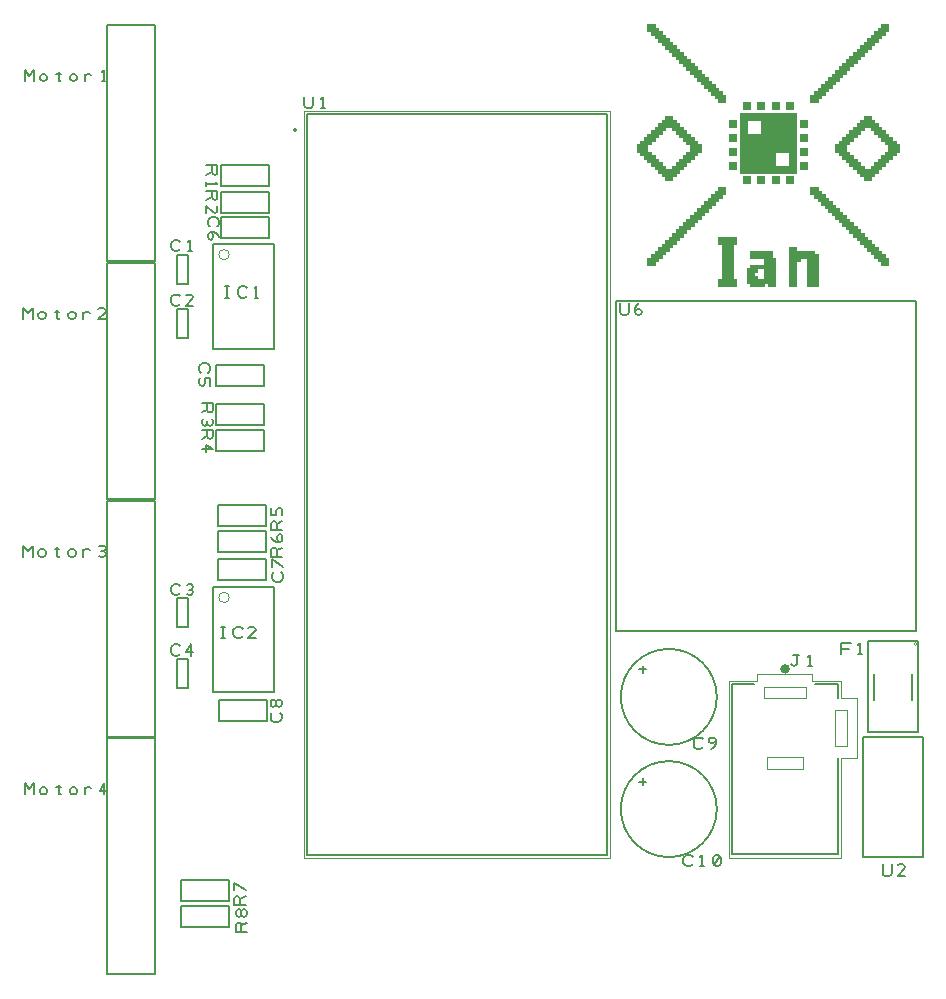
<source format=gbr>
G04 DesignSpark PCB Gerber Version 10.0 Build 5299*
G04 #@! TF.Part,Single*
G04 #@! TF.FileFunction,Legend,Top*
G04 #@! TF.FilePolarity,Positive*
%FSLAX35Y35*%
%MOIN*%
%ADD21C,0.00001*%
%ADD96C,0.00000*%
%ADD94C,0.00197*%
%ADD20C,0.00500*%
%ADD95C,0.00787*%
%ADD93C,0.00800*%
%ADD97C,0.01575*%
G04 #@! TD.AperFunction*
X0Y0D02*
D02*
D20*
X1584Y174667D02*
Y178417D01*
X3147Y176543D01*
X4709Y178417D01*
Y174667D01*
X6584Y175605D02*
X6897Y174980D01*
X7522Y174667D01*
X8147D01*
X8772Y174980D01*
X9084Y175605D01*
Y176230D01*
X8772Y176855D01*
X8147Y177167D01*
X7522D01*
X6897Y176855D01*
X6584Y176230D01*
Y175605D01*
X12105Y177167D02*
X13563D01*
X12834Y177793D02*
Y174980D01*
X13147Y174667D01*
X13459D01*
X13772Y174980D01*
X16584Y175605D02*
X16897Y174980D01*
X17522Y174667D01*
X18147D01*
X18772Y174980D01*
X19084Y175605D01*
Y176230D01*
X18772Y176855D01*
X18147Y177167D01*
X17522D01*
X16897Y176855D01*
X16584Y176230D01*
Y175605D01*
X21584Y174667D02*
Y177167D01*
Y176230D02*
X21897Y176855D01*
X22522Y177167D01*
X23147D01*
X23772Y176855D01*
X26897Y174980D02*
X27522Y174667D01*
X28147D01*
X28772Y174980D01*
X29084Y175605D01*
X28772Y176230D01*
X28147Y176543D01*
X27522D01*
X28147D02*
X28772Y176855D01*
X29084Y177480D01*
X28772Y178105D01*
X28147Y178417D01*
X27522D01*
X26897Y178105D01*
X1584Y253900D02*
Y257650D01*
X3147Y255775D01*
X4709Y257650D01*
Y253900D01*
X6584Y254837D02*
X6897Y254212D01*
X7522Y253900D01*
X8147D01*
X8772Y254212D01*
X9084Y254837D01*
Y255462D01*
X8772Y256087D01*
X8147Y256400D01*
X7522D01*
X6897Y256087D01*
X6584Y255462D01*
Y254837D01*
X12105Y256400D02*
X13563D01*
X12834Y257025D02*
Y254212D01*
X13147Y253900D01*
X13459D01*
X13772Y254212D01*
X16584Y254837D02*
X16897Y254212D01*
X17522Y253900D01*
X18147D01*
X18772Y254212D01*
X19084Y254837D01*
Y255462D01*
X18772Y256087D01*
X18147Y256400D01*
X17522D01*
X16897Y256087D01*
X16584Y255462D01*
Y254837D01*
X21584Y253900D02*
Y256400D01*
Y255462D02*
X21897Y256087D01*
X22522Y256400D01*
X23147D01*
X23772Y256087D01*
X29084Y253900D02*
X26584D01*
X28772Y256087D01*
X29084Y256712D01*
X28772Y257337D01*
X28147Y257650D01*
X27209D01*
X26584Y257337D01*
X2076Y95435D02*
Y99185D01*
X3639Y97310D01*
X5202Y99185D01*
Y95435D01*
X7076Y96373D02*
X7389Y95748D01*
X8014Y95435D01*
X8639D01*
X9264Y95748D01*
X9576Y96373D01*
Y96998D01*
X9264Y97623D01*
X8639Y97935D01*
X8014D01*
X7389Y97623D01*
X7076Y96998D01*
Y96373D01*
X12597Y97935D02*
X14056D01*
X13326Y98560D02*
Y95748D01*
X13639Y95435D01*
X13952D01*
X14264Y95748D01*
X17076Y96373D02*
X17389Y95748D01*
X18014Y95435D01*
X18639D01*
X19264Y95748D01*
X19576Y96373D01*
Y96998D01*
X19264Y97623D01*
X18639Y97935D01*
X18014D01*
X17389Y97623D01*
X17076Y96998D01*
Y96373D01*
X22076Y95435D02*
Y97935D01*
Y96998D02*
X22389Y97623D01*
X23014Y97935D01*
X23639D01*
X24264Y97623D01*
X28639Y95435D02*
Y99185D01*
X27076Y96685D01*
X29576D01*
X2076Y333132D02*
Y336882D01*
X3639Y335007D01*
X5202Y336882D01*
Y333132D01*
X7076Y334070D02*
X7389Y333444D01*
X8014Y333132D01*
X8639D01*
X9264Y333444D01*
X9576Y334070D01*
Y334694D01*
X9264Y335320D01*
X8639Y335632D01*
X8014D01*
X7389Y335320D01*
X7076Y334694D01*
Y334070D01*
X12597Y335632D02*
X14056D01*
X13326Y336257D02*
Y333444D01*
X13639Y333132D01*
X13952D01*
X14264Y333444D01*
X17076Y334070D02*
X17389Y333444D01*
X18014Y333132D01*
X18639D01*
X19264Y333444D01*
X19576Y334070D01*
Y334694D01*
X19264Y335320D01*
X18639Y335632D01*
X18014D01*
X17389Y335320D01*
X17076Y334694D01*
Y334070D01*
X22076Y333132D02*
Y335632D01*
Y334694D02*
X22389Y335320D01*
X23014Y335632D01*
X23639D01*
X24264Y335320D01*
X27702Y333132D02*
X28952D01*
X28326D02*
Y336882D01*
X27702Y336257D01*
X29635Y35443D02*
X45383D01*
Y114183D01*
X29635D01*
Y35443D01*
Y114675D02*
X45383D01*
Y193415D01*
X29635D01*
Y114675D01*
Y193907D02*
X45383D01*
Y272647D01*
X29635D01*
Y193907D01*
Y273139D02*
X45383D01*
Y351880D01*
X29635D01*
Y273139D01*
X53922Y142320D02*
X53609Y142007D01*
X52984Y141695D01*
X52047D01*
X51422Y142007D01*
X51109Y142320D01*
X50797Y142945D01*
Y144195D01*
X51109Y144820D01*
X51422Y145133D01*
X52047Y145445D01*
X52984D01*
X53609Y145133D01*
X53922Y144820D01*
X57359Y141695D02*
Y145445D01*
X55797Y142945D01*
X58297D01*
X53922Y162497D02*
X53609Y162185D01*
X52984Y161872D01*
X52047D01*
X51422Y162185D01*
X51109Y162497D01*
X50797Y163122D01*
Y164372D01*
X51109Y164997D01*
X51422Y165310D01*
X52047Y165622D01*
X52984D01*
X53609Y165310D01*
X53922Y164997D01*
X56109Y162185D02*
X56734Y161872D01*
X57359D01*
X57984Y162185D01*
X58297Y162810D01*
X57984Y163435D01*
X57359Y163747D01*
X56734D01*
X57359D02*
X57984Y164060D01*
X58297Y164685D01*
X57984Y165310D01*
X57359Y165622D01*
X56734D01*
X56109Y165310D01*
X53922Y258954D02*
X53609Y258641D01*
X52984Y258329D01*
X52047D01*
X51422Y258641D01*
X51109Y258954D01*
X50797Y259579D01*
Y260829D01*
X51109Y261454D01*
X51422Y261767D01*
X52047Y262079D01*
X52984D01*
X53609Y261767D01*
X53922Y261454D01*
X58297Y258329D02*
X55797D01*
X57984Y260517D01*
X58297Y261141D01*
X57984Y261767D01*
X57359Y262079D01*
X56422D01*
X55797Y261767D01*
X53922Y277163D02*
X53609Y276850D01*
X52984Y276537D01*
X52047D01*
X51422Y276850D01*
X51109Y277163D01*
X50797Y277787D01*
Y279037D01*
X51109Y279663D01*
X51422Y279975D01*
X52047Y280287D01*
X52984D01*
X53609Y279975D01*
X53922Y279663D01*
X56422Y276537D02*
X57672D01*
X57047D02*
Y280287D01*
X56422Y279663D01*
X54116Y51135D02*
X70116D01*
Y58135D01*
X54116D01*
Y51135D01*
Y59994D02*
X70116D01*
Y66994D01*
X54116D01*
Y59994D01*
X56486Y247621D02*
X52686D01*
Y257221D01*
X56486D01*
Y247621D01*
X56535Y265583D02*
X52735D01*
Y275183D01*
X56535D01*
Y265583D01*
X56634Y131036D02*
X52834D01*
Y140636D01*
X56634D01*
Y131036D01*
Y151213D02*
X52834D01*
Y160813D01*
X56634D01*
Y151213D01*
X60726Y236057D02*
X60413Y236370D01*
X60100Y236995D01*
Y237933D01*
X60413Y238557D01*
X60726Y238870D01*
X61350Y239183D01*
X62600D01*
X63226Y238870D01*
X63538Y238557D01*
X63850Y237933D01*
Y236995D01*
X63538Y236370D01*
X63226Y236057D01*
X60413Y234183D02*
X60100Y233557D01*
Y232620D01*
X60413Y231995D01*
X61038Y231683D01*
X61350D01*
X61976Y231995D01*
X62288Y232620D01*
Y234183D01*
X63850D01*
Y231683D01*
X61085Y217037D02*
X64835D01*
Y214850D01*
X64522Y214224D01*
X63897Y213912D01*
X63272Y214224D01*
X62960Y214850D01*
Y217037D01*
Y214850D02*
X61085Y213912D01*
Y210474D02*
X64835D01*
X62335Y212037D01*
Y209537D01*
X61085Y225895D02*
X64835D01*
Y223708D01*
X64522Y223083D01*
X63897Y222770D01*
X63272Y223083D01*
X62960Y223708D01*
Y225895D01*
Y223708D02*
X61085Y222770D01*
X61397Y220583D02*
X61085Y219958D01*
Y219333D01*
X61397Y218708D01*
X62022Y218395D01*
X62647Y218708D01*
X62960Y219333D01*
Y219958D01*
Y219333D02*
X63272Y218708D01*
X63897Y218395D01*
X64522Y218708D01*
X64835Y219333D01*
Y219958D01*
X64522Y220583D01*
X62561Y296761D02*
X66311D01*
Y294574D01*
X65999Y293949D01*
X65374Y293636D01*
X64749Y293949D01*
X64436Y294574D01*
Y296761D01*
Y294574D02*
X62561Y293636D01*
Y289261D02*
Y291761D01*
X64749Y289574D01*
X65374Y289261D01*
X65999Y289574D01*
X66311Y290199D01*
Y291136D01*
X65999Y291761D01*
X62561Y305128D02*
X66311D01*
Y302940D01*
X65999Y302315D01*
X65374Y302002D01*
X64749Y302315D01*
X64436Y302940D01*
Y305128D01*
Y302940D02*
X62561Y302002D01*
Y299502D02*
Y298252D01*
Y298878D02*
X66311D01*
X65686Y299502D01*
X63678Y284778D02*
X63366Y285091D01*
X63053Y285716D01*
Y286653D01*
X63366Y287278D01*
X63678Y287591D01*
X64303Y287903D01*
X65553D01*
X66178Y287591D01*
X66491Y287278D01*
X66803Y286653D01*
Y285716D01*
X66491Y285091D01*
X66178Y284778D01*
X63991Y282903D02*
X64616Y282591D01*
X64928Y281966D01*
Y281341D01*
X64616Y280716D01*
X63991Y280403D01*
X63366Y280716D01*
X63053Y281341D01*
Y281966D01*
X63366Y282591D01*
X63991Y282903D01*
X64928D01*
X65866Y282591D01*
X66491Y281966D01*
X66803Y281341D01*
X65927Y231746D02*
X81927D01*
Y238746D01*
X65927D01*
Y231746D01*
X66419Y176135D02*
X82419D01*
Y183135D01*
X66419D01*
Y176135D01*
Y184994D02*
X82419D01*
Y191994D01*
X66419D01*
Y184994D01*
X67482Y147600D02*
X68732D01*
X68107D02*
Y151350D01*
X67482D02*
X68732D01*
X74670Y148226D02*
X74357Y147913D01*
X73732Y147600D01*
X72795D01*
X72170Y147913D01*
X71857Y148226D01*
X71545Y148850D01*
Y150100D01*
X71857Y150726D01*
X72170Y151038D01*
X72795Y151350D01*
X73732D01*
X74357Y151038D01*
X74670Y150726D01*
X79045Y147600D02*
X76545D01*
X78732Y149788D01*
X79045Y150413D01*
X78732Y151038D01*
X78107Y151350D01*
X77170D01*
X76545Y151038D01*
X66911Y120033D02*
X82911D01*
Y127033D01*
X66911D01*
Y120033D01*
X68976Y261069D02*
X70226D01*
X69601D02*
Y264819D01*
X68976D02*
X70226D01*
X76163Y261694D02*
X75851Y261381D01*
X75226Y261069D01*
X74288D01*
X73663Y261381D01*
X73351Y261694D01*
X73038Y262319D01*
Y263569D01*
X73351Y264194D01*
X73663Y264506D01*
X74288Y264819D01*
X75226D01*
X75851Y264506D01*
X76163Y264194D01*
X78663Y261069D02*
X79913D01*
X79288D02*
Y264819D01*
X78663Y264194D01*
X75678Y58494D02*
X71928D01*
Y60681D01*
X72241Y61306D01*
X72866Y61619D01*
X73491Y61306D01*
X73803Y60681D01*
Y58494D01*
Y60681D02*
X75678Y61619D01*
Y63494D02*
X71928Y65994D01*
Y63494D01*
X76178Y49635D02*
X72428D01*
Y51823D01*
X72741Y52448D01*
X73366Y52761D01*
X73991Y52448D01*
X74303Y51823D01*
Y49635D01*
Y51823D02*
X76178Y52761D01*
X74303Y55573D02*
Y56198D01*
X73991Y56823D01*
X73366Y57135D01*
X72741Y56823D01*
X72428Y56198D01*
Y55573D01*
X72741Y54948D01*
X73366Y54635D01*
X73991Y54948D01*
X74303Y55573D01*
X74616Y54948D01*
X75241Y54635D01*
X75866Y54948D01*
X76178Y55573D01*
Y56198D01*
X75866Y56823D01*
X75241Y57135D01*
X74616Y56823D01*
X74303Y56198D01*
X81927Y217092D02*
X65927D01*
Y210092D01*
X81927D01*
Y217092D01*
Y225458D02*
X65927D01*
Y218458D01*
X81927D01*
Y225458D01*
X82419Y173785D02*
X66419D01*
Y166785D01*
X82419D01*
Y173785D01*
X83403Y296324D02*
X67403D01*
Y289324D01*
X83403D01*
Y296324D01*
Y305183D02*
X67403D01*
Y298183D01*
X83403D01*
Y305183D01*
X83584Y287958D02*
X67584D01*
Y280958D01*
X83584D01*
Y287958D01*
X87128Y122721D02*
X87441Y122409D01*
X87753Y121783D01*
Y120846D01*
X87441Y120221D01*
X87128Y119909D01*
X86503Y119596D01*
X85253D01*
X84628Y119909D01*
X84315Y120221D01*
X84003Y120846D01*
Y121783D01*
X84315Y122409D01*
X84628Y122721D01*
X85878Y125533D02*
Y126159D01*
X85565Y126783D01*
X84941Y127096D01*
X84315Y126783D01*
X84003Y126159D01*
Y125533D01*
X84315Y124909D01*
X84941Y124596D01*
X85565Y124909D01*
X85878Y125533D01*
X86191Y124909D01*
X86815Y124596D01*
X87441Y124909D01*
X87753Y125533D01*
Y126159D01*
X87441Y126783D01*
X86815Y127096D01*
X86191Y126783D01*
X85878Y126159D01*
X87981Y174635D02*
X84231D01*
Y176823D01*
X84544Y177448D01*
X85169Y177761D01*
X85794Y177448D01*
X86106Y176823D01*
Y174635D01*
Y176823D02*
X87981Y177761D01*
X87044Y179635D02*
X86419Y179948D01*
X86106Y180573D01*
Y181198D01*
X86419Y181823D01*
X87044Y182135D01*
X87669Y181823D01*
X87981Y181198D01*
Y180573D01*
X87669Y179948D01*
X87044Y179635D01*
X86106D01*
X85169Y179948D01*
X84544Y180573D01*
X84231Y181198D01*
X87981Y183494D02*
X84231D01*
Y185681D01*
X84544Y186306D01*
X85169Y186619D01*
X85794Y186306D01*
X86106Y185681D01*
Y183494D01*
Y185681D02*
X87981Y186619D01*
X87669Y188494D02*
X87981Y189119D01*
Y190056D01*
X87669Y190681D01*
X87044Y190994D01*
X86731D01*
X86106Y190681D01*
X85794Y190056D01*
Y188494D01*
X84231D01*
Y190994D01*
X87620Y169473D02*
X87933Y169161D01*
X88245Y168535D01*
Y167598D01*
X87933Y166973D01*
X87620Y166661D01*
X86995Y166348D01*
X85745D01*
X85120Y166661D01*
X84807Y166973D01*
X84495Y167598D01*
Y168535D01*
X84807Y169161D01*
X85120Y169473D01*
X88245Y171348D02*
X84495Y173848D01*
Y171348D01*
X95147Y328024D02*
Y325211D01*
X95460Y324586D01*
X96085Y324274D01*
X97335D01*
X97960Y324586D01*
X98272Y325211D01*
Y328024D01*
X100772Y324274D02*
X102022D01*
X101397D02*
Y328024D01*
X100772Y327399D01*
X96131Y75403D02*
Y322411D01*
X196131D01*
Y75403D01*
X96131D01*
X199261Y150009D02*
X299261D01*
Y260009D01*
X199261D01*
Y150009D01*
X200403Y259126D02*
Y256314D01*
X200716Y255689D01*
X201341Y255376D01*
X202591D01*
X203216Y255689D01*
X203528Y256314D01*
Y259126D01*
X205403Y256314D02*
X205716Y256939D01*
X206341Y257251D01*
X206966D01*
X207591Y256939D01*
X207903Y256314D01*
X207591Y255689D01*
X206966Y255376D01*
X206341D01*
X205716Y255689D01*
X205403Y256314D01*
Y257251D01*
X205716Y258189D01*
X206341Y258814D01*
X206966Y259126D01*
X200761Y90561D02*
G75*
G02*
X216761Y106561I16000J0D01*
G01*
G75*
G02*
X232761Y90561I0J-16000D01*
G01*
G75*
G02*
X216761Y74561I-16000J0D01*
G01*
G75*
G02*
X200761Y90561I0J16000D01*
G01*
Y127962D02*
G75*
G02*
X216761Y143962I16000J0D01*
G01*
G75*
G02*
X232761Y127962I0J-16000D01*
G01*
G75*
G02*
X216761Y111962I-16000J0D01*
G01*
G75*
G02*
X200761Y127962I0J16000D01*
G01*
X206761Y99748D02*
X209261D01*
X208011Y98498D02*
Y100998D01*
X206761Y137150D02*
X209261D01*
X208011Y135900D02*
Y138400D01*
X224690Y72123D02*
X224377Y71811D01*
X223752Y71498D01*
X222815D01*
X222190Y71811D01*
X221877Y72123D01*
X221565Y72748D01*
Y73998D01*
X221877Y74623D01*
X222190Y74936D01*
X222815Y75248D01*
X223752D01*
X224377Y74936D01*
X224690Y74623D01*
X227190Y71498D02*
X228440D01*
X227815D02*
Y75248D01*
X227190Y74623D01*
X231877Y71811D02*
X232502Y71498D01*
X233127D01*
X233752Y71811D01*
X234065Y72436D01*
Y74311D01*
X233752Y74936D01*
X233127Y75248D01*
X232502D01*
X231877Y74936D01*
X231565Y74311D01*
Y72436D01*
X231877Y71811D01*
X233752Y74936D01*
X228135Y111296D02*
X227822Y110984D01*
X227197Y110671D01*
X226259D01*
X225635Y110984D01*
X225322Y111296D01*
X225009Y111921D01*
Y113171D01*
X225322Y113796D01*
X225635Y114109D01*
X226259Y114421D01*
X227197D01*
X227822Y114109D01*
X228135Y113796D01*
X230947Y110671D02*
X231572Y110984D01*
X232197Y111609D01*
X232509Y112546D01*
Y113484D01*
X232197Y114109D01*
X231572Y114421D01*
X230947D01*
X230322Y114109D01*
X230009Y113484D01*
X230322Y112859D01*
X230947Y112546D01*
X231572D01*
X232197Y112859D01*
X232509Y113484D01*
X245088Y132194D02*
X237805D01*
Y75502D01*
X273238D01*
Y107588D01*
X257490Y138875D02*
X257802Y138563D01*
X258427Y138250D01*
X259052Y138563D01*
X259365Y138875D01*
Y142000D01*
X259990D01*
X259365D02*
X258115D01*
X263115Y138250D02*
X264365D01*
X263740D02*
Y142000D01*
X263115Y141375D01*
X273238Y127667D02*
Y132194D01*
X265561D01*
X274222Y142187D02*
Y145937D01*
X277347D01*
X276722Y144062D02*
X274222D01*
X279847Y142187D02*
X281097D01*
X280472D02*
Y145937D01*
X279847Y145312D01*
X285147Y127076D02*
Y135738D01*
X288002Y72118D02*
Y69306D01*
X288314Y68681D01*
X288939Y68368D01*
X290189D01*
X290814Y68681D01*
X291127Y69306D01*
Y72118D01*
X295502Y68368D02*
X293002D01*
X295189Y70556D01*
X295502Y71181D01*
X295189Y71806D01*
X294564Y72118D01*
X293627D01*
X293002Y71806D01*
X297746Y135738D02*
Y127076D01*
X299714Y146565D02*
X283179D01*
Y116250D01*
X299714D01*
Y146565D01*
X301446Y114655D02*
X281446D01*
Y74655D01*
X301446D01*
Y114655D01*
D02*
D21*
X68513Y159391D02*
G75*
G03*
Y162872I0J1741D01*
G01*
G75*
G03*
Y159391I0J-1741D01*
G01*
Y273643D02*
G75*
G03*
Y277124I0J1741D01*
G01*
G75*
G03*
Y273643I0J-1741D01*
G01*
X206112Y309754D02*
X209655D01*
Y310935D01*
X206112D01*
Y309754D01*
G36*
X206112Y309754D02*
X209655D01*
Y310935D01*
X206112D01*
Y309754D01*
G37*
Y310935D02*
X209655D01*
Y312116D01*
X206112D01*
Y310935D01*
G36*
X206112Y310935D02*
X209655D01*
Y312116D01*
X206112D01*
Y310935D01*
G37*
X207293Y308572D02*
X210836D01*
Y309754D01*
X207293D01*
Y308572D01*
G36*
X207293Y308572D02*
X210836D01*
Y309754D01*
X207293D01*
Y308572D01*
G37*
Y312116D02*
X210836D01*
Y313297D01*
X207293D01*
Y312116D01*
G36*
X207293Y312116D02*
X210836D01*
Y313297D01*
X207293D01*
Y312116D01*
G37*
X208474Y307391D02*
X212017D01*
Y308572D01*
X208474D01*
Y307391D01*
G36*
X208474Y307391D02*
X212017D01*
Y308572D01*
X208474D01*
Y307391D01*
G37*
Y313297D02*
X212017D01*
Y314478D01*
X208474D01*
Y313297D01*
G36*
X208474Y313297D02*
X212017D01*
Y314478D01*
X208474D01*
Y313297D01*
G37*
X209655Y271958D02*
X212017D01*
Y273139D01*
X209655D01*
Y271958D01*
G36*
X209655Y271958D02*
X212017D01*
Y273139D01*
X209655D01*
Y271958D01*
G37*
Y273139D02*
X213198D01*
Y274320D01*
X209655D01*
Y273139D01*
G36*
X209655Y273139D02*
X213198D01*
Y274320D01*
X209655D01*
Y273139D01*
G37*
Y306210D02*
X213198D01*
Y307391D01*
X209655D01*
Y306210D01*
G36*
X209655Y306210D02*
X213198D01*
Y307391D01*
X209655D01*
Y306210D01*
G37*
Y314478D02*
X213198D01*
Y315659D01*
X209655D01*
Y314478D01*
G36*
X209655Y314478D02*
X213198D01*
Y315659D01*
X209655D01*
Y314478D01*
G37*
Y349911D02*
X213198D01*
Y351092D01*
X209655D01*
Y349911D01*
G36*
X209655Y349911D02*
X213198D01*
Y351092D01*
X209655D01*
Y349911D01*
G37*
Y351092D02*
X212017D01*
Y352273D01*
X209655D01*
Y351092D01*
G36*
X209655Y351092D02*
X212017D01*
Y352273D01*
X209655D01*
Y351092D01*
G37*
X210836Y274320D02*
X214380D01*
Y275502D01*
X210836D01*
Y274320D01*
G36*
X210836Y274320D02*
X214380D01*
Y275502D01*
X210836D01*
Y274320D01*
G37*
Y305029D02*
X214380D01*
Y306210D01*
X210836D01*
Y305029D01*
G36*
X210836Y305029D02*
X214380D01*
Y306210D01*
X210836D01*
Y305029D01*
G37*
Y315659D02*
X214380D01*
Y316840D01*
X210836D01*
Y315659D01*
G36*
X210836Y315659D02*
X214380D01*
Y316840D01*
X210836D01*
Y315659D01*
G37*
Y348730D02*
X214380D01*
Y349911D01*
X210836D01*
Y348730D01*
G36*
X210836Y348730D02*
X214380D01*
Y349911D01*
X210836D01*
Y348730D01*
G37*
X212017Y275502D02*
X215561D01*
Y276683D01*
X212017D01*
Y275502D01*
G36*
X212017Y275502D02*
X215561D01*
Y276683D01*
X212017D01*
Y275502D01*
G37*
Y303848D02*
X215561D01*
Y305029D01*
X212017D01*
Y303848D01*
G36*
X212017Y303848D02*
X215561D01*
Y305029D01*
X212017D01*
Y303848D01*
G37*
Y316840D02*
X215561D01*
Y318021D01*
X212017D01*
Y316840D01*
G36*
X212017Y316840D02*
X215561D01*
Y318021D01*
X212017D01*
Y316840D01*
G37*
Y347549D02*
X215561D01*
Y348730D01*
X212017D01*
Y347549D01*
G36*
X212017Y347549D02*
X215561D01*
Y348730D01*
X212017D01*
Y347549D01*
G37*
X213198Y276683D02*
X216742D01*
Y277864D01*
X213198D01*
Y276683D01*
G36*
X213198Y276683D02*
X216742D01*
Y277864D01*
X213198D01*
Y276683D01*
G37*
Y302667D02*
X220285D01*
Y303848D01*
X213198D01*
Y302667D01*
G36*
X213198Y302667D02*
X220285D01*
Y303848D01*
X213198D01*
Y302667D01*
G37*
Y318021D02*
X220285D01*
Y319202D01*
X213198D01*
Y318021D01*
G36*
X213198Y318021D02*
X220285D01*
Y319202D01*
X213198D01*
Y318021D01*
G37*
Y346368D02*
X216742D01*
Y347549D01*
X213198D01*
Y346368D01*
G36*
X213198Y346368D02*
X216742D01*
Y347549D01*
X213198D01*
Y346368D01*
G37*
X214380Y277864D02*
X217923D01*
Y279045D01*
X214380D01*
Y277864D01*
G36*
X214380Y277864D02*
X217923D01*
Y279045D01*
X214380D01*
Y277864D01*
G37*
Y301486D02*
X219104D01*
Y302667D01*
X214380D01*
Y301486D01*
G36*
X214380Y301486D02*
X219104D01*
Y302667D01*
X214380D01*
Y301486D01*
G37*
Y319202D02*
X219104D01*
Y320383D01*
X214380D01*
Y319202D01*
G36*
X214380Y319202D02*
X219104D01*
Y320383D01*
X214380D01*
Y319202D01*
G37*
Y345187D02*
X217923D01*
Y346368D01*
X214380D01*
Y345187D01*
G36*
X214380Y345187D02*
X217923D01*
Y346368D01*
X214380D01*
Y345187D01*
G37*
X215561Y279045D02*
X219104D01*
Y280226D01*
X215561D01*
Y279045D01*
G36*
X215561Y279045D02*
X219104D01*
Y280226D01*
X215561D01*
Y279045D01*
G37*
Y300305D02*
X217923D01*
Y301486D01*
X215561D01*
Y300305D01*
G36*
X215561Y300305D02*
X217923D01*
Y301486D01*
X215561D01*
Y300305D01*
G37*
Y320383D02*
X217923D01*
Y321565D01*
X215561D01*
Y320383D01*
G36*
X215561Y320383D02*
X217923D01*
Y321565D01*
X215561D01*
Y320383D01*
G37*
Y344006D02*
X219104D01*
Y345187D01*
X215561D01*
Y344006D01*
G36*
X215561Y344006D02*
X219104D01*
Y345187D01*
X215561D01*
Y344006D01*
G37*
X216742Y280226D02*
X220285D01*
Y281407D01*
X216742D01*
Y280226D01*
G36*
X216742Y280226D02*
X220285D01*
Y281407D01*
X216742D01*
Y280226D01*
G37*
Y342824D02*
X220285D01*
Y344006D01*
X216742D01*
Y342824D01*
G36*
X216742Y342824D02*
X220285D01*
Y344006D01*
X216742D01*
Y342824D01*
G37*
X217923Y281407D02*
X221466D01*
Y282588D01*
X217923D01*
Y281407D01*
G36*
X217923Y281407D02*
X221466D01*
Y282588D01*
X217923D01*
Y281407D01*
G37*
Y303848D02*
X221466D01*
Y305029D01*
X217923D01*
Y303848D01*
G36*
X217923Y303848D02*
X221466D01*
Y305029D01*
X217923D01*
Y303848D01*
G37*
Y316840D02*
X221466D01*
Y318021D01*
X217923D01*
Y316840D01*
G36*
X217923Y316840D02*
X221466D01*
Y318021D01*
X217923D01*
Y316840D01*
G37*
Y341643D02*
X221466D01*
Y342824D01*
X217923D01*
Y341643D01*
G36*
X217923Y341643D02*
X221466D01*
Y342824D01*
X217923D01*
Y341643D01*
G37*
X219104Y282588D02*
X222647D01*
Y283769D01*
X219104D01*
Y282588D01*
G36*
X219104Y282588D02*
X222647D01*
Y283769D01*
X219104D01*
Y282588D01*
G37*
Y305029D02*
X222647D01*
Y306210D01*
X219104D01*
Y305029D01*
G36*
X219104Y305029D02*
X222647D01*
Y306210D01*
X219104D01*
Y305029D01*
G37*
Y315659D02*
X222647D01*
Y316840D01*
X219104D01*
Y315659D01*
G36*
X219104Y315659D02*
X222647D01*
Y316840D01*
X219104D01*
Y315659D01*
G37*
Y340462D02*
X222647D01*
Y341643D01*
X219104D01*
Y340462D01*
G36*
X219104Y340462D02*
X222647D01*
Y341643D01*
X219104D01*
Y340462D01*
G37*
X220285Y283769D02*
X223828D01*
Y284950D01*
X220285D01*
Y283769D01*
G36*
X220285Y283769D02*
X223828D01*
Y284950D01*
X220285D01*
Y283769D01*
G37*
Y306210D02*
X223828D01*
Y307391D01*
X220285D01*
Y306210D01*
G36*
X220285Y306210D02*
X223828D01*
Y307391D01*
X220285D01*
Y306210D01*
G37*
Y314478D02*
X223828D01*
Y315659D01*
X220285D01*
Y314478D01*
G36*
X220285Y314478D02*
X223828D01*
Y315659D01*
X220285D01*
Y314478D01*
G37*
Y339281D02*
X223828D01*
Y340462D01*
X220285D01*
Y339281D01*
G36*
X220285Y339281D02*
X223828D01*
Y340462D01*
X220285D01*
Y339281D01*
G37*
X221466Y284950D02*
X225009D01*
Y286131D01*
X221466D01*
Y284950D01*
G36*
X221466Y284950D02*
X225009D01*
Y286131D01*
X221466D01*
Y284950D01*
G37*
Y307391D02*
X225009D01*
Y308572D01*
X221466D01*
Y307391D01*
G36*
X221466Y307391D02*
X225009D01*
Y308572D01*
X221466D01*
Y307391D01*
G37*
Y313297D02*
X225009D01*
Y314478D01*
X221466D01*
Y313297D01*
G36*
X221466Y313297D02*
X225009D01*
Y314478D01*
X221466D01*
Y313297D01*
G37*
Y338100D02*
X225009D01*
Y339281D01*
X221466D01*
Y338100D01*
G36*
X221466Y338100D02*
X225009D01*
Y339281D01*
X221466D01*
Y338100D01*
G37*
X222647Y286131D02*
X226191D01*
Y287313D01*
X222647D01*
Y286131D01*
G36*
X222647Y286131D02*
X226191D01*
Y287313D01*
X222647D01*
Y286131D01*
G37*
Y308572D02*
X226191D01*
Y309754D01*
X222647D01*
Y308572D01*
G36*
X222647Y308572D02*
X226191D01*
Y309754D01*
X222647D01*
Y308572D01*
G37*
Y312116D02*
X226191D01*
Y313297D01*
X222647D01*
Y312116D01*
G36*
X222647Y312116D02*
X226191D01*
Y313297D01*
X222647D01*
Y312116D01*
G37*
Y336919D02*
X226191D01*
Y338100D01*
X222647D01*
Y336919D01*
G36*
X222647Y336919D02*
X226191D01*
Y338100D01*
X222647D01*
Y336919D01*
G37*
X223828Y287313D02*
X227372D01*
Y288494D01*
X223828D01*
Y287313D01*
G36*
X223828Y287313D02*
X227372D01*
Y288494D01*
X223828D01*
Y287313D01*
G37*
Y309754D02*
X227372D01*
Y310935D01*
X223828D01*
Y309754D01*
G36*
X223828Y309754D02*
X227372D01*
Y310935D01*
X223828D01*
Y309754D01*
G37*
Y310935D02*
X227372D01*
Y312116D01*
X223828D01*
Y310935D01*
G36*
X223828Y310935D02*
X227372D01*
Y312116D01*
X223828D01*
Y310935D01*
G37*
Y335738D02*
X227372D01*
Y336919D01*
X223828D01*
Y335738D01*
G36*
X223828Y335738D02*
X227372D01*
Y336919D01*
X223828D01*
Y335738D01*
G37*
X225009Y288494D02*
X228553D01*
Y289675D01*
X225009D01*
Y288494D01*
G36*
X225009Y288494D02*
X228553D01*
Y289675D01*
X225009D01*
Y288494D01*
G37*
Y334557D02*
X228553D01*
Y335738D01*
X225009D01*
Y334557D01*
G36*
X225009Y334557D02*
X228553D01*
Y335738D01*
X225009D01*
Y334557D01*
G37*
X226191Y289675D02*
X229734D01*
Y290856D01*
X226191D01*
Y289675D01*
G36*
X226191Y289675D02*
X229734D01*
Y290856D01*
X226191D01*
Y289675D01*
G37*
Y333376D02*
X229734D01*
Y334557D01*
X226191D01*
Y333376D01*
G36*
X226191Y333376D02*
X229734D01*
Y334557D01*
X226191D01*
Y333376D01*
G37*
X227372Y290856D02*
X230915D01*
Y292037D01*
X227372D01*
Y290856D01*
G36*
X227372Y290856D02*
X230915D01*
Y292037D01*
X227372D01*
Y290856D01*
G37*
Y332194D02*
X230915D01*
Y333376D01*
X227372D01*
Y332194D01*
G36*
X227372Y332194D02*
X230915D01*
Y333376D01*
X227372D01*
Y332194D01*
G37*
X228553Y292037D02*
X232096D01*
Y293218D01*
X228553D01*
Y292037D01*
G36*
X228553Y292037D02*
X232096D01*
Y293218D01*
X228553D01*
Y292037D01*
G37*
Y331013D02*
X232096D01*
Y332194D01*
X228553D01*
Y331013D01*
G36*
X228553Y331013D02*
X232096D01*
Y332194D01*
X228553D01*
Y331013D01*
G37*
X229734Y293218D02*
X233277D01*
Y294399D01*
X229734D01*
Y293218D01*
G36*
X229734Y293218D02*
X233277D01*
Y294399D01*
X229734D01*
Y293218D01*
G37*
Y329832D02*
X233277D01*
Y331013D01*
X229734D01*
Y329832D01*
G36*
X229734Y329832D02*
X233277D01*
Y331013D01*
X229734D01*
Y329832D01*
G37*
X230915Y294399D02*
X234458D01*
Y295580D01*
X230915D01*
Y294399D01*
G36*
X230915Y294399D02*
X234458D01*
Y295580D01*
X230915D01*
Y294399D01*
G37*
Y328651D02*
X234458D01*
Y329832D01*
X230915D01*
Y328651D01*
G36*
X230915Y328651D02*
X234458D01*
Y329832D01*
X230915D01*
Y328651D01*
G37*
X232096Y295580D02*
X235639D01*
Y296761D01*
X232096D01*
Y295580D01*
G36*
X232096Y295580D02*
X235639D01*
Y296761D01*
X232096D01*
Y295580D01*
G37*
Y327470D02*
X235639D01*
Y328651D01*
X232096D01*
Y327470D01*
G36*
X232096Y327470D02*
X235639D01*
Y328651D01*
X232096D01*
Y327470D01*
G37*
X233277Y264872D02*
X239183D01*
Y266053D01*
X233277D01*
Y264872D01*
G36*
X233277Y264872D02*
X239183D01*
Y266053D01*
X233277D01*
Y264872D01*
G37*
Y266053D02*
X239183D01*
Y267234D01*
X233277D01*
Y266053D01*
G36*
X233277Y266053D02*
X239183D01*
Y267234D01*
X233277D01*
Y266053D01*
G37*
Y279045D02*
X239183D01*
Y280226D01*
X233277D01*
Y279045D01*
G36*
X233277Y279045D02*
X239183D01*
Y280226D01*
X233277D01*
Y279045D01*
G37*
Y280226D02*
X239183D01*
Y281407D01*
X233277D01*
Y280226D01*
G36*
X233277Y280226D02*
X239183D01*
Y281407D01*
X233277D01*
Y280226D01*
G37*
Y296761D02*
X235639D01*
Y297943D01*
X233277D01*
Y296761D01*
G36*
X233277Y296761D02*
X235639D01*
Y297943D01*
X233277D01*
Y296761D01*
G37*
Y326289D02*
X235639D01*
Y327470D01*
X233277D01*
Y326289D01*
G36*
X233277Y326289D02*
X235639D01*
Y327470D01*
X233277D01*
Y326289D01*
G37*
X234458Y267234D02*
X238002D01*
Y268415D01*
X234458D01*
Y267234D01*
G36*
X234458Y267234D02*
X238002D01*
Y268415D01*
X234458D01*
Y267234D01*
G37*
Y268415D02*
X238002D01*
Y269596D01*
X234458D01*
Y268415D01*
G36*
X234458Y268415D02*
X238002D01*
Y269596D01*
X234458D01*
Y268415D01*
G37*
Y269596D02*
X238002D01*
Y270777D01*
X234458D01*
Y269596D01*
G36*
X234458Y269596D02*
X238002D01*
Y270777D01*
X234458D01*
Y269596D01*
G37*
Y270777D02*
X238002D01*
Y271958D01*
X234458D01*
Y270777D01*
G36*
X234458Y270777D02*
X238002D01*
Y271958D01*
X234458D01*
Y270777D01*
G37*
Y271958D02*
X238002D01*
Y273139D01*
X234458D01*
Y271958D01*
G36*
X234458Y271958D02*
X238002D01*
Y273139D01*
X234458D01*
Y271958D01*
G37*
Y273139D02*
X238002D01*
Y274320D01*
X234458D01*
Y273139D01*
G36*
X234458Y273139D02*
X238002D01*
Y274320D01*
X234458D01*
Y273139D01*
G37*
Y274320D02*
X238002D01*
Y275502D01*
X234458D01*
Y274320D01*
G36*
X234458Y274320D02*
X238002D01*
Y275502D01*
X234458D01*
Y274320D01*
G37*
Y275502D02*
X238002D01*
Y276683D01*
X234458D01*
Y275502D01*
G36*
X234458Y275502D02*
X238002D01*
Y276683D01*
X234458D01*
Y275502D01*
G37*
Y276683D02*
X238002D01*
Y277864D01*
X234458D01*
Y276683D01*
G36*
X234458Y276683D02*
X238002D01*
Y277864D01*
X234458D01*
Y276683D01*
G37*
Y277864D02*
X238002D01*
Y279045D01*
X234458D01*
Y277864D01*
G36*
X234458Y277864D02*
X238002D01*
Y279045D01*
X234458D01*
Y277864D01*
G37*
X236820Y303848D02*
X239183D01*
Y305029D01*
X236820D01*
Y303848D01*
G36*
X236820Y303848D02*
X239183D01*
Y305029D01*
X236820D01*
Y303848D01*
G37*
Y305029D02*
X239183D01*
Y306210D01*
X236820D01*
Y305029D01*
G36*
X236820Y305029D02*
X239183D01*
Y306210D01*
X236820D01*
Y305029D01*
G37*
Y308572D02*
X239183D01*
Y309754D01*
X236820D01*
Y308572D01*
G36*
X236820Y308572D02*
X239183D01*
Y309754D01*
X236820D01*
Y308572D01*
G37*
Y309754D02*
X239183D01*
Y310935D01*
X236820D01*
Y309754D01*
G36*
X236820Y309754D02*
X239183D01*
Y310935D01*
X236820D01*
Y309754D01*
G37*
Y313297D02*
X239183D01*
Y314478D01*
X236820D01*
Y313297D01*
G36*
X236820Y313297D02*
X239183D01*
Y314478D01*
X236820D01*
Y313297D01*
G37*
Y314478D02*
X239183D01*
Y315659D01*
X236820D01*
Y314478D01*
G36*
X236820Y314478D02*
X239183D01*
Y315659D01*
X236820D01*
Y314478D01*
G37*
Y318021D02*
X239183D01*
Y319202D01*
X236820D01*
Y318021D01*
G36*
X236820Y318021D02*
X239183D01*
Y319202D01*
X236820D01*
Y318021D01*
G37*
Y319202D02*
X239183D01*
Y320383D01*
X236820D01*
Y319202D01*
G36*
X236820Y319202D02*
X239183D01*
Y320383D01*
X236820D01*
Y319202D01*
G37*
X240364Y302667D02*
X259261D01*
Y303848D01*
X240364D01*
Y302667D01*
G36*
X240364Y302667D02*
X259261D01*
Y303848D01*
X240364D01*
Y302667D01*
G37*
Y303848D02*
X259261D01*
Y305029D01*
X240364D01*
Y303848D01*
G36*
X240364Y303848D02*
X259261D01*
Y305029D01*
X240364D01*
Y303848D01*
G37*
Y305029D02*
X252175D01*
Y306210D01*
X240364D01*
Y305029D01*
G36*
X240364Y305029D02*
X252175D01*
Y306210D01*
X240364D01*
Y305029D01*
G37*
Y306210D02*
X252175D01*
Y307391D01*
X240364D01*
Y306210D01*
G36*
X240364Y306210D02*
X252175D01*
Y307391D01*
X240364D01*
Y306210D01*
G37*
Y307391D02*
X252175D01*
Y308572D01*
X240364D01*
Y307391D01*
G36*
X240364Y307391D02*
X252175D01*
Y308572D01*
X240364D01*
Y307391D01*
G37*
Y308572D02*
X252175D01*
Y309754D01*
X240364D01*
Y308572D01*
G36*
X240364Y308572D02*
X252175D01*
Y309754D01*
X240364D01*
Y308572D01*
G37*
Y309754D02*
X259261D01*
Y310935D01*
X240364D01*
Y309754D01*
G36*
X240364Y309754D02*
X259261D01*
Y310935D01*
X240364D01*
Y309754D01*
G37*
Y310935D02*
X259261D01*
Y312116D01*
X240364D01*
Y310935D01*
G36*
X240364Y310935D02*
X259261D01*
Y312116D01*
X240364D01*
Y310935D01*
G37*
Y312116D02*
X259261D01*
Y313297D01*
X240364D01*
Y312116D01*
G36*
X240364Y312116D02*
X259261D01*
Y313297D01*
X240364D01*
Y312116D01*
G37*
Y313297D02*
X259261D01*
Y314478D01*
X240364D01*
Y313297D01*
G36*
X240364Y313297D02*
X259261D01*
Y314478D01*
X240364D01*
Y313297D01*
G37*
Y314478D02*
X259261D01*
Y315659D01*
X240364D01*
Y314478D01*
G36*
X240364Y314478D02*
X259261D01*
Y315659D01*
X240364D01*
Y314478D01*
G37*
Y315659D02*
X242726D01*
Y316840D01*
X240364D01*
Y315659D01*
G36*
X240364Y315659D02*
X242726D01*
Y316840D01*
X240364D01*
Y315659D01*
G37*
Y316840D02*
X242726D01*
Y318021D01*
X240364D01*
Y316840D01*
G36*
X240364Y316840D02*
X242726D01*
Y318021D01*
X240364D01*
Y316840D01*
G37*
Y318021D02*
X242726D01*
Y319202D01*
X240364D01*
Y318021D01*
G36*
X240364Y318021D02*
X242726D01*
Y319202D01*
X240364D01*
Y318021D01*
G37*
Y319202D02*
X242726D01*
Y320383D01*
X240364D01*
Y319202D01*
G36*
X240364Y319202D02*
X242726D01*
Y320383D01*
X240364D01*
Y319202D01*
G37*
Y320383D02*
X259261D01*
Y321565D01*
X240364D01*
Y320383D01*
G36*
X240364Y320383D02*
X259261D01*
Y321565D01*
X240364D01*
Y320383D01*
G37*
Y321565D02*
X259261D01*
Y322746D01*
X240364D01*
Y321565D01*
G36*
X240364Y321565D02*
X259261D01*
Y322746D01*
X240364D01*
Y321565D01*
G37*
X241545Y299124D02*
X243907D01*
Y300305D01*
X241545D01*
Y299124D01*
G36*
X241545Y299124D02*
X243907D01*
Y300305D01*
X241545D01*
Y299124D01*
G37*
Y300305D02*
X243907D01*
Y301486D01*
X241545D01*
Y300305D01*
G36*
X241545Y300305D02*
X243907D01*
Y301486D01*
X241545D01*
Y300305D01*
G37*
Y323927D02*
X243907D01*
Y325108D01*
X241545D01*
Y323927D01*
G36*
X241545Y323927D02*
X243907D01*
Y325108D01*
X241545D01*
Y323927D01*
G37*
Y325108D02*
X243907D01*
Y326289D01*
X241545D01*
Y325108D01*
G36*
X241545Y325108D02*
X243907D01*
Y326289D01*
X241545D01*
Y325108D01*
G37*
X242726Y266053D02*
X252175D01*
Y267234D01*
X242726D01*
Y266053D01*
G36*
X242726Y266053D02*
X252175D01*
Y267234D01*
X242726D01*
Y266053D01*
G37*
Y267234D02*
X246269D01*
Y268415D01*
X242726D01*
Y267234D01*
G36*
X242726Y267234D02*
X246269D01*
Y268415D01*
X242726D01*
Y267234D01*
G37*
Y268415D02*
X245088D01*
Y269596D01*
X242726D01*
Y268415D01*
G36*
X242726Y268415D02*
X245088D01*
Y269596D01*
X242726D01*
Y268415D01*
G37*
Y269596D02*
X246269D01*
Y270777D01*
X242726D01*
Y269596D01*
G36*
X242726Y269596D02*
X246269D01*
Y270777D01*
X242726D01*
Y269596D01*
G37*
X243907Y264872D02*
X248631D01*
Y266053D01*
X243907D01*
Y264872D01*
G36*
X243907Y264872D02*
X248631D01*
Y266053D01*
X243907D01*
Y264872D01*
G37*
Y270777D02*
X252175D01*
Y271958D01*
X243907D01*
Y270777D01*
G36*
X243907Y270777D02*
X252175D01*
Y271958D01*
X243907D01*
Y270777D01*
G37*
Y274320D02*
X250994D01*
Y275502D01*
X243907D01*
Y274320D01*
G36*
X243907Y274320D02*
X250994D01*
Y275502D01*
X243907D01*
Y274320D01*
G37*
Y275502D02*
X250994D01*
Y276683D01*
X243907D01*
Y275502D01*
G36*
X243907Y275502D02*
X250994D01*
Y276683D01*
X243907D01*
Y275502D01*
G37*
X246269Y299124D02*
X248631D01*
Y300305D01*
X246269D01*
Y299124D01*
G36*
X246269Y299124D02*
X248631D01*
Y300305D01*
X246269D01*
Y299124D01*
G37*
Y300305D02*
X248631D01*
Y301486D01*
X246269D01*
Y300305D01*
G36*
X246269Y300305D02*
X248631D01*
Y301486D01*
X246269D01*
Y300305D01*
G37*
Y323927D02*
X248631D01*
Y325108D01*
X246269D01*
Y323927D01*
G36*
X246269Y323927D02*
X248631D01*
Y325108D01*
X246269D01*
Y323927D01*
G37*
Y325108D02*
X248631D01*
Y326289D01*
X246269D01*
Y325108D01*
G36*
X246269Y325108D02*
X248631D01*
Y326289D01*
X246269D01*
Y325108D01*
G37*
X247450Y315659D02*
X259261D01*
Y316840D01*
X247450D01*
Y315659D01*
G36*
X247450Y315659D02*
X259261D01*
Y316840D01*
X247450D01*
Y315659D01*
G37*
Y316840D02*
X259261D01*
Y318021D01*
X247450D01*
Y316840D01*
G36*
X247450Y316840D02*
X259261D01*
Y318021D01*
X247450D01*
Y316840D01*
G37*
Y318021D02*
X259261D01*
Y319202D01*
X247450D01*
Y318021D01*
G36*
X247450Y318021D02*
X259261D01*
Y319202D01*
X247450D01*
Y318021D01*
G37*
Y319202D02*
X259261D01*
Y320383D01*
X247450D01*
Y319202D01*
G36*
X247450Y319202D02*
X259261D01*
Y320383D01*
X247450D01*
Y319202D01*
G37*
X248631Y267234D02*
X252175D01*
Y268415D01*
X248631D01*
Y267234D01*
G36*
X248631Y267234D02*
X252175D01*
Y268415D01*
X248631D01*
Y267234D01*
G37*
Y268415D02*
X252175D01*
Y269596D01*
X248631D01*
Y268415D01*
G36*
X248631Y268415D02*
X252175D01*
Y269596D01*
X248631D01*
Y268415D01*
G37*
Y269596D02*
X252175D01*
Y270777D01*
X248631D01*
Y269596D01*
G36*
X248631Y269596D02*
X252175D01*
Y270777D01*
X248631D01*
Y269596D01*
G37*
Y271958D02*
X252175D01*
Y273139D01*
X248631D01*
Y271958D01*
G36*
X248631Y271958D02*
X252175D01*
Y273139D01*
X248631D01*
Y271958D01*
G37*
Y273139D02*
X252175D01*
Y274320D01*
X248631D01*
Y273139D01*
G36*
X248631Y273139D02*
X252175D01*
Y274320D01*
X248631D01*
Y273139D01*
G37*
X249813Y264872D02*
X252175D01*
Y266053D01*
X249813D01*
Y264872D01*
G36*
X249813Y264872D02*
X252175D01*
Y266053D01*
X249813D01*
Y264872D01*
G37*
X250994Y299124D02*
X253356D01*
Y300305D01*
X250994D01*
Y299124D01*
G36*
X250994Y299124D02*
X253356D01*
Y300305D01*
X250994D01*
Y299124D01*
G37*
Y300305D02*
X253356D01*
Y301486D01*
X250994D01*
Y300305D01*
G36*
X250994Y300305D02*
X253356D01*
Y301486D01*
X250994D01*
Y300305D01*
G37*
Y323927D02*
X253356D01*
Y325108D01*
X250994D01*
Y323927D01*
G36*
X250994Y323927D02*
X253356D01*
Y325108D01*
X250994D01*
Y323927D01*
G37*
Y325108D02*
X253356D01*
Y326289D01*
X250994D01*
Y325108D01*
G36*
X250994Y325108D02*
X253356D01*
Y326289D01*
X250994D01*
Y325108D01*
G37*
X255718Y299124D02*
X258080D01*
Y300305D01*
X255718D01*
Y299124D01*
G36*
X255718Y299124D02*
X258080D01*
Y300305D01*
X255718D01*
Y299124D01*
G37*
Y300305D02*
X258080D01*
Y301486D01*
X255718D01*
Y300305D01*
G36*
X255718Y300305D02*
X258080D01*
Y301486D01*
X255718D01*
Y300305D01*
G37*
Y323927D02*
X258080D01*
Y325108D01*
X255718D01*
Y323927D01*
G36*
X255718Y323927D02*
X258080D01*
Y325108D01*
X255718D01*
Y323927D01*
G37*
Y325108D02*
X258080D01*
Y326289D01*
X255718D01*
Y325108D01*
G36*
X255718Y325108D02*
X258080D01*
Y326289D01*
X255718D01*
Y325108D01*
G37*
X256899Y264872D02*
X259261D01*
Y266053D01*
X256899D01*
Y264872D01*
G36*
X256899Y264872D02*
X259261D01*
Y266053D01*
X256899D01*
Y264872D01*
G37*
Y266053D02*
X259261D01*
Y267234D01*
X256899D01*
Y266053D01*
G36*
X256899Y266053D02*
X259261D01*
Y267234D01*
X256899D01*
Y266053D01*
G37*
Y267234D02*
X259261D01*
Y268415D01*
X256899D01*
Y267234D01*
G36*
X256899Y267234D02*
X259261D01*
Y268415D01*
X256899D01*
Y267234D01*
G37*
Y268415D02*
X259261D01*
Y269596D01*
X256899D01*
Y268415D01*
G36*
X256899Y268415D02*
X259261D01*
Y269596D01*
X256899D01*
Y268415D01*
G37*
Y269596D02*
X259261D01*
Y270777D01*
X256899D01*
Y269596D01*
G36*
X256899Y269596D02*
X259261D01*
Y270777D01*
X256899D01*
Y269596D01*
G37*
Y270777D02*
X259261D01*
Y271958D01*
X256899D01*
Y270777D01*
G36*
X256899Y270777D02*
X259261D01*
Y271958D01*
X256899D01*
Y270777D01*
G37*
Y271958D02*
X259261D01*
Y273139D01*
X256899D01*
Y271958D01*
G36*
X256899Y271958D02*
X259261D01*
Y273139D01*
X256899D01*
Y271958D01*
G37*
Y273139D02*
X260443D01*
Y274320D01*
X256899D01*
Y273139D01*
G36*
X256899Y273139D02*
X260443D01*
Y274320D01*
X256899D01*
Y273139D01*
G37*
Y274320D02*
X266348D01*
Y275502D01*
X256899D01*
Y274320D01*
G36*
X256899Y274320D02*
X266348D01*
Y275502D01*
X256899D01*
Y274320D01*
G37*
Y275502D02*
X265167D01*
Y276683D01*
X256899D01*
Y275502D01*
G36*
X256899Y275502D02*
X265167D01*
Y276683D01*
X256899D01*
Y275502D01*
G37*
Y276683D02*
X259261D01*
Y277864D01*
X256899D01*
Y276683D01*
G36*
X256899Y276683D02*
X259261D01*
Y277864D01*
X256899D01*
Y276683D01*
G37*
Y305029D02*
X259261D01*
Y306210D01*
X256899D01*
Y305029D01*
G36*
X256899Y305029D02*
X259261D01*
Y306210D01*
X256899D01*
Y305029D01*
G37*
Y306210D02*
X259261D01*
Y307391D01*
X256899D01*
Y306210D01*
G36*
X256899Y306210D02*
X259261D01*
Y307391D01*
X256899D01*
Y306210D01*
G37*
Y307391D02*
X259261D01*
Y308572D01*
X256899D01*
Y307391D01*
G36*
X256899Y307391D02*
X259261D01*
Y308572D01*
X256899D01*
Y307391D01*
G37*
Y308572D02*
X259261D01*
Y309754D01*
X256899D01*
Y308572D01*
G36*
X256899Y308572D02*
X259261D01*
Y309754D01*
X256899D01*
Y308572D01*
G37*
X260443Y303848D02*
X262805D01*
Y305029D01*
X260443D01*
Y303848D01*
G36*
X260443Y303848D02*
X262805D01*
Y305029D01*
X260443D01*
Y303848D01*
G37*
Y305029D02*
X262805D01*
Y306210D01*
X260443D01*
Y305029D01*
G36*
X260443Y305029D02*
X262805D01*
Y306210D01*
X260443D01*
Y305029D01*
G37*
Y308572D02*
X262805D01*
Y309754D01*
X260443D01*
Y308572D01*
G36*
X260443Y308572D02*
X262805D01*
Y309754D01*
X260443D01*
Y308572D01*
G37*
Y309754D02*
X262805D01*
Y310935D01*
X260443D01*
Y309754D01*
G36*
X260443Y309754D02*
X262805D01*
Y310935D01*
X260443D01*
Y309754D01*
G37*
Y313297D02*
X262805D01*
Y314478D01*
X260443D01*
Y313297D01*
G36*
X260443Y313297D02*
X262805D01*
Y314478D01*
X260443D01*
Y313297D01*
G37*
Y314478D02*
X262805D01*
Y315659D01*
X260443D01*
Y314478D01*
G36*
X260443Y314478D02*
X262805D01*
Y315659D01*
X260443D01*
Y314478D01*
G37*
Y318021D02*
X262805D01*
Y319202D01*
X260443D01*
Y318021D01*
G36*
X260443Y318021D02*
X262805D01*
Y319202D01*
X260443D01*
Y318021D01*
G37*
Y319202D02*
X262805D01*
Y320383D01*
X260443D01*
Y319202D01*
G36*
X260443Y319202D02*
X262805D01*
Y320383D01*
X260443D01*
Y319202D01*
G37*
X262805Y264872D02*
X266348D01*
Y266053D01*
X262805D01*
Y264872D01*
G36*
X262805Y264872D02*
X266348D01*
Y266053D01*
X262805D01*
Y264872D01*
G37*
Y266053D02*
X266348D01*
Y267234D01*
X262805D01*
Y266053D01*
G36*
X262805Y266053D02*
X266348D01*
Y267234D01*
X262805D01*
Y266053D01*
G37*
Y267234D02*
X266348D01*
Y268415D01*
X262805D01*
Y267234D01*
G36*
X262805Y267234D02*
X266348D01*
Y268415D01*
X262805D01*
Y267234D01*
G37*
Y268415D02*
X266348D01*
Y269596D01*
X262805D01*
Y268415D01*
G36*
X262805Y268415D02*
X266348D01*
Y269596D01*
X262805D01*
Y268415D01*
G37*
Y269596D02*
X266348D01*
Y270777D01*
X262805D01*
Y269596D01*
G36*
X262805Y269596D02*
X266348D01*
Y270777D01*
X262805D01*
Y269596D01*
G37*
Y270777D02*
X266348D01*
Y271958D01*
X262805D01*
Y270777D01*
G36*
X262805Y270777D02*
X266348D01*
Y271958D01*
X262805D01*
Y270777D01*
G37*
Y271958D02*
X266348D01*
Y273139D01*
X262805D01*
Y271958D01*
G36*
X262805Y271958D02*
X266348D01*
Y273139D01*
X262805D01*
Y271958D01*
G37*
Y273139D02*
X266348D01*
Y274320D01*
X262805D01*
Y273139D01*
G36*
X262805Y273139D02*
X266348D01*
Y274320D01*
X262805D01*
Y273139D01*
G37*
X263986Y295580D02*
X267529D01*
Y296761D01*
X263986D01*
Y295580D01*
G36*
X263986Y295580D02*
X267529D01*
Y296761D01*
X263986D01*
Y295580D01*
G37*
Y296761D02*
X266348D01*
Y297943D01*
X263986D01*
Y296761D01*
G36*
X263986Y296761D02*
X266348D01*
Y297943D01*
X263986D01*
Y296761D01*
G37*
Y326289D02*
X266348D01*
Y327470D01*
X263986D01*
Y326289D01*
G36*
X263986Y326289D02*
X266348D01*
Y327470D01*
X263986D01*
Y326289D01*
G37*
Y327470D02*
X267529D01*
Y328651D01*
X263986D01*
Y327470D01*
G36*
X263986Y327470D02*
X267529D01*
Y328651D01*
X263986D01*
Y327470D01*
G37*
X265167Y294399D02*
X268710D01*
Y295580D01*
X265167D01*
Y294399D01*
G36*
X265167Y294399D02*
X268710D01*
Y295580D01*
X265167D01*
Y294399D01*
G37*
Y328651D02*
X268710D01*
Y329832D01*
X265167D01*
Y328651D01*
G36*
X265167Y328651D02*
X268710D01*
Y329832D01*
X265167D01*
Y328651D01*
G37*
X266348Y293218D02*
X269891D01*
Y294399D01*
X266348D01*
Y293218D01*
G36*
X266348Y293218D02*
X269891D01*
Y294399D01*
X266348D01*
Y293218D01*
G37*
Y329832D02*
X269891D01*
Y331013D01*
X266348D01*
Y329832D01*
G36*
X266348Y329832D02*
X269891D01*
Y331013D01*
X266348D01*
Y329832D01*
G37*
X267529Y292037D02*
X271072D01*
Y293218D01*
X267529D01*
Y292037D01*
G36*
X267529Y292037D02*
X271072D01*
Y293218D01*
X267529D01*
Y292037D01*
G37*
Y331013D02*
X271072D01*
Y332194D01*
X267529D01*
Y331013D01*
G36*
X267529Y331013D02*
X271072D01*
Y332194D01*
X267529D01*
Y331013D01*
G37*
X268710Y290856D02*
X272254D01*
Y292037D01*
X268710D01*
Y290856D01*
G36*
X268710Y290856D02*
X272254D01*
Y292037D01*
X268710D01*
Y290856D01*
G37*
Y332194D02*
X272254D01*
Y333376D01*
X268710D01*
Y332194D01*
G36*
X268710Y332194D02*
X272254D01*
Y333376D01*
X268710D01*
Y332194D01*
G37*
X269891Y289675D02*
X273435D01*
Y290856D01*
X269891D01*
Y289675D01*
G36*
X269891Y289675D02*
X273435D01*
Y290856D01*
X269891D01*
Y289675D01*
G37*
Y333376D02*
X273435D01*
Y334557D01*
X269891D01*
Y333376D01*
G36*
X269891Y333376D02*
X273435D01*
Y334557D01*
X269891D01*
Y333376D01*
G37*
X271072Y288494D02*
X274616D01*
Y289675D01*
X271072D01*
Y288494D01*
G36*
X271072Y288494D02*
X274616D01*
Y289675D01*
X271072D01*
Y288494D01*
G37*
Y334557D02*
X274616D01*
Y335738D01*
X271072D01*
Y334557D01*
G36*
X271072Y334557D02*
X274616D01*
Y335738D01*
X271072D01*
Y334557D01*
G37*
X272254Y287313D02*
X275797D01*
Y288494D01*
X272254D01*
Y287313D01*
G36*
X272254Y287313D02*
X275797D01*
Y288494D01*
X272254D01*
Y287313D01*
G37*
Y309754D02*
X275797D01*
Y310935D01*
X272254D01*
Y309754D01*
G36*
X272254Y309754D02*
X275797D01*
Y310935D01*
X272254D01*
Y309754D01*
G37*
Y310935D02*
X275797D01*
Y312116D01*
X272254D01*
Y310935D01*
G36*
X272254Y310935D02*
X275797D01*
Y312116D01*
X272254D01*
Y310935D01*
G37*
Y335738D02*
X275797D01*
Y336919D01*
X272254D01*
Y335738D01*
G36*
X272254Y335738D02*
X275797D01*
Y336919D01*
X272254D01*
Y335738D01*
G37*
X273435Y286131D02*
X276978D01*
Y287313D01*
X273435D01*
Y286131D01*
G36*
X273435Y286131D02*
X276978D01*
Y287313D01*
X273435D01*
Y286131D01*
G37*
Y308572D02*
X276978D01*
Y309754D01*
X273435D01*
Y308572D01*
G36*
X273435Y308572D02*
X276978D01*
Y309754D01*
X273435D01*
Y308572D01*
G37*
Y312116D02*
X276978D01*
Y313297D01*
X273435D01*
Y312116D01*
G36*
X273435Y312116D02*
X276978D01*
Y313297D01*
X273435D01*
Y312116D01*
G37*
Y336919D02*
X276978D01*
Y338100D01*
X273435D01*
Y336919D01*
G36*
X273435Y336919D02*
X276978D01*
Y338100D01*
X273435D01*
Y336919D01*
G37*
X274616Y284950D02*
X278159D01*
Y286131D01*
X274616D01*
Y284950D01*
G36*
X274616Y284950D02*
X278159D01*
Y286131D01*
X274616D01*
Y284950D01*
G37*
Y307391D02*
X278159D01*
Y308572D01*
X274616D01*
Y307391D01*
G36*
X274616Y307391D02*
X278159D01*
Y308572D01*
X274616D01*
Y307391D01*
G37*
Y313297D02*
X278159D01*
Y314478D01*
X274616D01*
Y313297D01*
G36*
X274616Y313297D02*
X278159D01*
Y314478D01*
X274616D01*
Y313297D01*
G37*
Y338100D02*
X278159D01*
Y339281D01*
X274616D01*
Y338100D01*
G36*
X274616Y338100D02*
X278159D01*
Y339281D01*
X274616D01*
Y338100D01*
G37*
X275797Y283769D02*
X279340D01*
Y284950D01*
X275797D01*
Y283769D01*
G36*
X275797Y283769D02*
X279340D01*
Y284950D01*
X275797D01*
Y283769D01*
G37*
Y306210D02*
X279340D01*
Y307391D01*
X275797D01*
Y306210D01*
G36*
X275797Y306210D02*
X279340D01*
Y307391D01*
X275797D01*
Y306210D01*
G37*
Y314478D02*
X279340D01*
Y315659D01*
X275797D01*
Y314478D01*
G36*
X275797Y314478D02*
X279340D01*
Y315659D01*
X275797D01*
Y314478D01*
G37*
Y339281D02*
X279340D01*
Y340462D01*
X275797D01*
Y339281D01*
G36*
X275797Y339281D02*
X279340D01*
Y340462D01*
X275797D01*
Y339281D01*
G37*
X276978Y282588D02*
X280521D01*
Y283769D01*
X276978D01*
Y282588D01*
G36*
X276978Y282588D02*
X280521D01*
Y283769D01*
X276978D01*
Y282588D01*
G37*
Y305029D02*
X280521D01*
Y306210D01*
X276978D01*
Y305029D01*
G36*
X276978Y305029D02*
X280521D01*
Y306210D01*
X276978D01*
Y305029D01*
G37*
Y315659D02*
X280521D01*
Y316840D01*
X276978D01*
Y315659D01*
G36*
X276978Y315659D02*
X280521D01*
Y316840D01*
X276978D01*
Y315659D01*
G37*
Y340462D02*
X280521D01*
Y341643D01*
X276978D01*
Y340462D01*
G36*
X276978Y340462D02*
X280521D01*
Y341643D01*
X276978D01*
Y340462D01*
G37*
X278159Y281407D02*
X281702D01*
Y282588D01*
X278159D01*
Y281407D01*
G36*
X278159Y281407D02*
X281702D01*
Y282588D01*
X278159D01*
Y281407D01*
G37*
Y303848D02*
X281702D01*
Y305029D01*
X278159D01*
Y303848D01*
G36*
X278159Y303848D02*
X281702D01*
Y305029D01*
X278159D01*
Y303848D01*
G37*
Y316840D02*
X281702D01*
Y318021D01*
X278159D01*
Y316840D01*
G36*
X278159Y316840D02*
X281702D01*
Y318021D01*
X278159D01*
Y316840D01*
G37*
Y341643D02*
X281702D01*
Y342824D01*
X278159D01*
Y341643D01*
G36*
X278159Y341643D02*
X281702D01*
Y342824D01*
X278159D01*
Y341643D01*
G37*
X279340Y280226D02*
X282883D01*
Y281407D01*
X279340D01*
Y280226D01*
G36*
X279340Y280226D02*
X282883D01*
Y281407D01*
X279340D01*
Y280226D01*
G37*
Y302667D02*
X286427D01*
Y303848D01*
X279340D01*
Y302667D01*
G36*
X279340Y302667D02*
X286427D01*
Y303848D01*
X279340D01*
Y302667D01*
G37*
Y318021D02*
X286427D01*
Y319202D01*
X279340D01*
Y318021D01*
G36*
X279340Y318021D02*
X286427D01*
Y319202D01*
X279340D01*
Y318021D01*
G37*
Y342824D02*
X282883D01*
Y344006D01*
X279340D01*
Y342824D01*
G36*
X279340Y342824D02*
X282883D01*
Y344006D01*
X279340D01*
Y342824D01*
G37*
X280521Y279045D02*
X284065D01*
Y280226D01*
X280521D01*
Y279045D01*
G36*
X280521Y279045D02*
X284065D01*
Y280226D01*
X280521D01*
Y279045D01*
G37*
Y301486D02*
X285246D01*
Y302667D01*
X280521D01*
Y301486D01*
G36*
X280521Y301486D02*
X285246D01*
Y302667D01*
X280521D01*
Y301486D01*
G37*
Y319202D02*
X285246D01*
Y320383D01*
X280521D01*
Y319202D01*
G36*
X280521Y319202D02*
X285246D01*
Y320383D01*
X280521D01*
Y319202D01*
G37*
Y344006D02*
X284065D01*
Y345187D01*
X280521D01*
Y344006D01*
G36*
X280521Y344006D02*
X284065D01*
Y345187D01*
X280521D01*
Y344006D01*
G37*
X281702Y277864D02*
X285246D01*
Y279045D01*
X281702D01*
Y277864D01*
G36*
X281702Y277864D02*
X285246D01*
Y279045D01*
X281702D01*
Y277864D01*
G37*
Y300305D02*
X284065D01*
Y301486D01*
X281702D01*
Y300305D01*
G36*
X281702Y300305D02*
X284065D01*
Y301486D01*
X281702D01*
Y300305D01*
G37*
Y320383D02*
X284065D01*
Y321565D01*
X281702D01*
Y320383D01*
G36*
X281702Y320383D02*
X284065D01*
Y321565D01*
X281702D01*
Y320383D01*
G37*
Y345187D02*
X285246D01*
Y346368D01*
X281702D01*
Y345187D01*
G36*
X281702Y345187D02*
X285246D01*
Y346368D01*
X281702D01*
Y345187D01*
G37*
X282883Y276683D02*
X286427D01*
Y277864D01*
X282883D01*
Y276683D01*
G36*
X282883Y276683D02*
X286427D01*
Y277864D01*
X282883D01*
Y276683D01*
G37*
Y346368D02*
X286427D01*
Y347549D01*
X282883D01*
Y346368D01*
G36*
X282883Y346368D02*
X286427D01*
Y347549D01*
X282883D01*
Y346368D01*
G37*
X284065Y275502D02*
X287608D01*
Y276683D01*
X284065D01*
Y275502D01*
G36*
X284065Y275502D02*
X287608D01*
Y276683D01*
X284065D01*
Y275502D01*
G37*
Y303848D02*
X287608D01*
Y305029D01*
X284065D01*
Y303848D01*
G36*
X284065Y303848D02*
X287608D01*
Y305029D01*
X284065D01*
Y303848D01*
G37*
Y316840D02*
X287608D01*
Y318021D01*
X284065D01*
Y316840D01*
G36*
X284065Y316840D02*
X287608D01*
Y318021D01*
X284065D01*
Y316840D01*
G37*
Y347549D02*
X287608D01*
Y348730D01*
X284065D01*
Y347549D01*
G36*
X284065Y347549D02*
X287608D01*
Y348730D01*
X284065D01*
Y347549D01*
G37*
X285246Y274320D02*
X288789D01*
Y275502D01*
X285246D01*
Y274320D01*
G36*
X285246Y274320D02*
X288789D01*
Y275502D01*
X285246D01*
Y274320D01*
G37*
Y305029D02*
X288789D01*
Y306210D01*
X285246D01*
Y305029D01*
G36*
X285246Y305029D02*
X288789D01*
Y306210D01*
X285246D01*
Y305029D01*
G37*
Y315659D02*
X288789D01*
Y316840D01*
X285246D01*
Y315659D01*
G36*
X285246Y315659D02*
X288789D01*
Y316840D01*
X285246D01*
Y315659D01*
G37*
Y348730D02*
X288789D01*
Y349911D01*
X285246D01*
Y348730D01*
G36*
X285246Y348730D02*
X288789D01*
Y349911D01*
X285246D01*
Y348730D01*
G37*
X286427Y273139D02*
X289970D01*
Y274320D01*
X286427D01*
Y273139D01*
G36*
X286427Y273139D02*
X289970D01*
Y274320D01*
X286427D01*
Y273139D01*
G37*
Y306210D02*
X289970D01*
Y307391D01*
X286427D01*
Y306210D01*
G36*
X286427Y306210D02*
X289970D01*
Y307391D01*
X286427D01*
Y306210D01*
G37*
Y314478D02*
X289970D01*
Y315659D01*
X286427D01*
Y314478D01*
G36*
X286427Y314478D02*
X289970D01*
Y315659D01*
X286427D01*
Y314478D01*
G37*
Y349911D02*
X289970D01*
Y351092D01*
X286427D01*
Y349911D01*
G36*
X286427Y349911D02*
X289970D01*
Y351092D01*
X286427D01*
Y349911D01*
G37*
X287608Y271958D02*
X289970D01*
Y273139D01*
X287608D01*
Y271958D01*
G36*
X287608Y271958D02*
X289970D01*
Y273139D01*
X287608D01*
Y271958D01*
G37*
Y307391D02*
X291151D01*
Y308572D01*
X287608D01*
Y307391D01*
G36*
X287608Y307391D02*
X291151D01*
Y308572D01*
X287608D01*
Y307391D01*
G37*
Y313297D02*
X291151D01*
Y314478D01*
X287608D01*
Y313297D01*
G36*
X287608Y313297D02*
X291151D01*
Y314478D01*
X287608D01*
Y313297D01*
G37*
Y351092D02*
X289970D01*
Y352273D01*
X287608D01*
Y351092D01*
G36*
X287608Y351092D02*
X289970D01*
Y352273D01*
X287608D01*
Y351092D01*
G37*
X288789Y308572D02*
X292332D01*
Y309754D01*
X288789D01*
Y308572D01*
G36*
X288789Y308572D02*
X292332D01*
Y309754D01*
X288789D01*
Y308572D01*
G37*
Y312116D02*
X292332D01*
Y313297D01*
X288789D01*
Y312116D01*
G36*
X288789Y312116D02*
X292332D01*
Y313297D01*
X288789D01*
Y312116D01*
G37*
X289970Y309754D02*
X293513D01*
Y310935D01*
X289970D01*
Y309754D01*
G36*
X289970Y309754D02*
X293513D01*
Y310935D01*
X289970D01*
Y309754D01*
G37*
Y310935D02*
X293513D01*
Y312116D01*
X289970D01*
Y310935D01*
G36*
X289970Y310935D02*
X293513D01*
Y312116D01*
X289970D01*
Y310935D01*
G37*
X298927Y145080D02*
G75*
G03*
Y146080I0J500D01*
G01*
G75*
G03*
Y145080I0J-500D01*
G01*
D02*
D93*
X64675Y164675D02*
Y129635D01*
X85147D01*
Y164675D01*
X64675D01*
Y278927D02*
Y243887D01*
X85147D01*
Y278927D01*
X64675D01*
D02*
D94*
X95147Y323395D02*
Y74419D01*
X197116D01*
Y323395D01*
X95147D01*
X246269Y133376D02*
X236820D01*
Y74320D01*
X274222D01*
Y107588D01*
X279537D01*
Y127667D01*
X274222D01*
Y133376D01*
X264380D01*
Y135541D01*
X246269D01*
Y133376D01*
D02*
D95*
X92525Y316907D02*
G75*
G03*
X91738I-394J0D01*
G01*
G75*
G03*
X92525I394J0D01*
G01*
D02*
D96*
X248631Y127470D02*
Y131407D01*
X262411D01*
Y127470D01*
X248631D01*
X249616Y103848D02*
Y107785D01*
X261427D01*
Y103848D01*
X249616D01*
X272057Y123533D02*
X275994D01*
Y111722D01*
X272057D01*
Y123533D01*
D02*
D97*
X255521Y136525D02*
G75*
G03*
Y138100I0J787D01*
G01*
G75*
G03*
Y136525I0J-787D01*
G01*
X0Y0D02*
M02*

</source>
